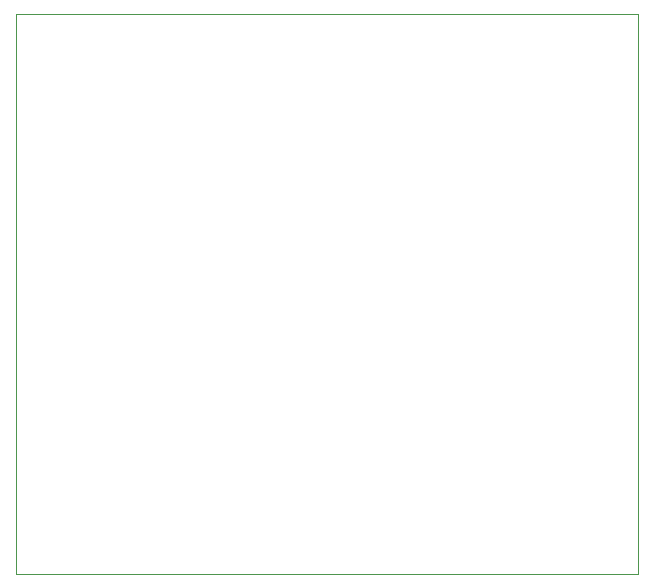
<source format=gm1>
G04 #@! TF.GenerationSoftware,KiCad,Pcbnew,(5.1.10)-1*
G04 #@! TF.CreationDate,2021-09-10T11:39:35+02:00*
G04 #@! TF.ProjectId,pcb-esp32-power,7063622d-6573-4703-9332-2d706f776572,rev?*
G04 #@! TF.SameCoordinates,Original*
G04 #@! TF.FileFunction,Profile,NP*
%FSLAX46Y46*%
G04 Gerber Fmt 4.6, Leading zero omitted, Abs format (unit mm)*
G04 Created by KiCad (PCBNEW (5.1.10)-1) date 2021-09-10 11:39:35*
%MOMM*%
%LPD*%
G01*
G04 APERTURE LIST*
G04 #@! TA.AperFunction,Profile*
%ADD10C,0.050000*%
G04 #@! TD*
G04 APERTURE END LIST*
D10*
X126365000Y-134000000D02*
X126365000Y-86614000D01*
X179000000Y-86614000D02*
X126365000Y-86614000D01*
X179000000Y-86614000D02*
X179000000Y-134000000D01*
X126365000Y-134000000D02*
X179000000Y-134000000D01*
M02*

</source>
